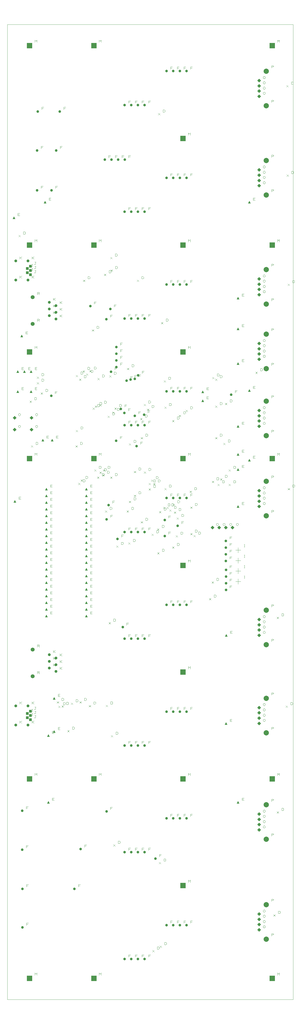
<source format=gbr>
%FSLAX33Y33*%
%MOMM*%
G04 EasyPC Gerber Version 16.0.6 Build 3249 *
%AMT74*0 Triangle Pad at angle 0*4,1,3,-0.50000,-0.50000,0.50000,-0.50000,0.00000,0.50000,-0.50000,-0.50000,0*%
%ADD74T74*%
%AMT80*0 Octagon Pad at angle 0*4,1,8,-0.20710,-0.50000,0.20710,-0.50000,0.50000,-0.20710,0.50000,0.20710,0.20710,0.50000,-0.20710,0.50000,-0.50000,0.20710,-0.50000,-0.20710,-0.20710,-0.50000,0*%
%ADD80T80*%
%ADD79R,1.00000X1.00000*%
%ADD82R,2.00000X2.00000*%
%ADD83C,0.02540*%
%ADD75C,0.07000*%
%ADD73C,0.12000*%
%ADD76C,1.00000*%
%ADD81C,1.50000*%
%ADD78C,2.00000*%
%AMT77*0 Rectangle Pad at angle 45*21,1,1.00000,1.00000,0,0,45*%
%ADD77T77*%
X0Y0D02*
D02*
D73*
X25000Y20008D02*
X134000D01*
Y390808*
X25000*
Y20008*
D02*
D74*
X27500Y317375D03*
X27875Y209500D03*
X28960Y251190D03*
Y258810D03*
X30500Y272375D03*
X31500Y258810D03*
X34040Y251190D03*
Y258810D03*
X38500Y232750D03*
X39375Y323250D03*
X39880Y165870D03*
Y168410D03*
Y170950D03*
Y173490D03*
Y176030D03*
Y178570D03*
Y181110D03*
Y183650D03*
Y186190D03*
Y188730D03*
Y191270D03*
Y193810D03*
Y196350D03*
Y198890D03*
Y201430D03*
Y203970D03*
Y206510D03*
Y209050D03*
Y211590D03*
Y214130D03*
X40625Y95000D03*
Y120400D03*
X42125Y232750D03*
X42850Y121900D03*
Y134500D03*
X55120Y165870D03*
Y168410D03*
Y170950D03*
Y173490D03*
Y176030D03*
Y178570D03*
Y181110D03*
Y183650D03*
Y186190D03*
Y188730D03*
Y191270D03*
Y193810D03*
Y196350D03*
Y198890D03*
Y201430D03*
Y203970D03*
Y206510D03*
Y209050D03*
Y211590D03*
Y214130D03*
X99486Y247700D03*
X99500Y251125D03*
X108375Y125000D03*
X108500Y158500D03*
X113000Y95000D03*
Y207500D03*
Y221600D03*
Y227375D03*
Y238000D03*
Y261875D03*
Y275125D03*
Y286750D03*
X117250Y225125D03*
Y251650D03*
Y323250D03*
D02*
D75*
X29000Y318100D02*
Y319000D01*
X29750*
X29600Y318550D02*
X29000D01*
Y318100D02*
X29750D01*
X29250Y237775D02*
Y238075D01*
X29325Y238225*
X29400Y238300*
X29550Y238375*
X29700*
X29850Y238300*
X29925Y238225*
X30000Y238075*
Y237775*
X29925Y237625*
X29850Y237550*
X29700Y237475*
X29550*
X29400Y237550*
X29325Y237625*
X29250Y237775*
Y242275D02*
Y242575D01*
X29325Y242725*
X29400Y242800*
X29550Y242875*
X29700*
X29850Y242800*
X29925Y242725*
X30000Y242575*
Y242275*
X29925Y242125*
X29850Y242050*
X29700Y241975*
X29550*
X29400Y242050*
X29325Y242125*
X29250Y242275*
X29375Y210225D02*
Y211125D01*
X30125*
X29975Y210675D02*
X29375D01*
Y210225D02*
X30125D01*
X29725Y125075D02*
Y125975D01*
Y125525D02*
X29950D01*
X30475Y125975*
X29950Y125525D02*
X30475Y125075D01*
X29725Y132375D02*
Y133275D01*
Y132825D02*
X29950D01*
X30475Y133275*
X29950Y132825D02*
X30475Y132375D01*
X29725Y294325D02*
Y295225D01*
Y294775D02*
X29950D01*
X30475Y295225*
X29950Y294775D02*
X30475Y294325D01*
X29725Y301625D02*
Y302525D01*
Y302075D02*
X29950D01*
X30475Y302525*
X29950Y302075D02*
X30475Y301625D01*
X30460Y251915D02*
Y252815D01*
X31210*
X31060Y252365D02*
X30460D01*
Y251915D02*
X31210D01*
X30460Y259535D02*
Y260435D01*
X31210*
X31060Y259985D02*
X30460D01*
Y259535D02*
X31210D01*
X31125Y311100D02*
Y312000D01*
X31575*
X31725Y311925*
X31800Y311850*
X31875Y311700*
Y311400*
X31800Y311250*
X31725Y311175*
X31575Y311100*
X31125*
X32000Y273100D02*
Y274000D01*
X32750*
X32600Y273550D02*
X32000D01*
Y273100D02*
X32750D01*
X32200Y77675D02*
Y78575D01*
X32950*
X32800Y78125D02*
X32200D01*
Y92475D02*
Y93375D01*
X32950*
X32800Y92925D02*
X32200D01*
X32250Y48175D02*
Y49075D01*
X33000*
X32850Y48625D02*
X32250D01*
Y62825D02*
Y63725D01*
X33000*
X32850Y63275D02*
X32250D01*
X33000Y259535D02*
Y260435D01*
X33750*
X33600Y259985D02*
X33000D01*
Y259535D02*
X33750D01*
X34075Y128075D02*
X34150Y128000D01*
X34300Y127925*
X34450Y128000*
X34525Y128075*
Y128825*
X34675*
X34525D02*
X34225D01*
X34075Y129675D02*
X34150Y129600D01*
X34300Y129525*
X34450Y129600*
X34525Y129675*
Y130425*
X34675*
X34525D02*
X34225D01*
X34075Y297325D02*
X34150Y297250D01*
X34300Y297175*
X34450Y297250*
X34525Y297325*
Y298075*
X34675*
X34525D02*
X34225D01*
X34075Y298925D02*
X34150Y298850D01*
X34300Y298775*
X34450Y298850*
X34525Y298925*
Y299675*
X34675*
X34525D02*
X34225D01*
X34375Y125075D02*
Y125975D01*
Y125525D02*
X34600D01*
X35125Y125975*
X34600Y125525D02*
X35125Y125075D01*
X34375Y132375D02*
Y133275D01*
Y132825D02*
X34600D01*
X35125Y133275*
X34600Y132825D02*
X35125Y132375D01*
X34375Y294325D02*
Y295225D01*
Y294775D02*
X34600D01*
X35125Y295225*
X34600Y294775D02*
X35125Y294325D01*
X34375Y301625D02*
Y302525D01*
Y302075D02*
X34600D01*
X35125Y302525*
X34600Y302075D02*
X35125Y301625D01*
X35275Y127275D02*
X35350Y127200D01*
X35500Y127125*
X35650Y127200*
X35725Y127275*
Y128025*
X35875*
X35725D02*
X35425D01*
X35275Y128875D02*
X35350Y128800D01*
X35500Y128725*
X35650Y128800*
X35725Y128875*
Y129625*
X35875*
X35725D02*
X35425D01*
X35275Y130475D02*
X35350Y130400D01*
X35500Y130325*
X35650Y130400*
X35725Y130475*
Y131225*
X35875*
X35725D02*
X35425D01*
X35275Y296525D02*
X35350Y296450D01*
X35500Y296375*
X35650Y296450*
X35725Y296525*
Y297275*
X35875*
X35725D02*
X35425D01*
X35275Y298125D02*
X35350Y298050D01*
X35500Y297975*
X35650Y298050*
X35725Y298125*
Y298875*
X35875*
X35725D02*
X35425D01*
X35275Y299725D02*
X35350Y299650D01*
X35500Y299575*
X35650Y299650*
X35725Y299725*
Y300475*
X35875*
X35725D02*
X35425D01*
X35375Y248100D02*
Y249000D01*
X35825*
X35975Y248925*
X36050Y248850*
X36125Y248700*
Y248400*
X36050Y248250*
X35975Y248175*
X35825Y248100*
X35375*
X35500Y29225D02*
Y30125D01*
X35875Y29675*
X36250Y30125*
Y29225*
X35500Y105125D02*
Y106025D01*
X35875Y105575*
X36250Y106025*
Y105125*
X35500Y226925D02*
Y227825D01*
X35875Y227375*
X36250Y227825*
Y226925*
X35500Y267525D02*
Y268425D01*
X35875Y267975*
X36250Y268425*
Y267525*
X35500Y308125D02*
Y309025D01*
X35875Y308575*
X36250Y309025*
Y308125*
X35500Y384025D02*
Y384925D01*
X35875Y384475*
X36250Y384925*
Y384025*
X35540Y251915D02*
Y252815D01*
X36290*
X36140Y252365D02*
X35540D01*
Y251915D02*
X36290D01*
X35540Y259535D02*
Y260435D01*
X36290*
X36140Y259985D02*
X35540D01*
Y259535D02*
X36290D01*
X35750Y237775D02*
Y238075D01*
X35825Y238225*
X35900Y238300*
X36050Y238375*
X36200*
X36350Y238300*
X36425Y238225*
X36500Y238075*
Y237775*
X36425Y237625*
X36350Y237550*
X36200Y237475*
X36050*
X35900Y237550*
X35825Y237625*
X35750Y237775*
Y242275D02*
Y242575D01*
X35825Y242725*
X35900Y242800*
X36050Y242875*
X36200*
X36350Y242800*
X36425Y242725*
X36500Y242575*
Y242275*
X36425Y242125*
X36350Y242050*
X36200Y241975*
X36050*
X35900Y242050*
X35825Y242125*
X35750Y242275*
X35875Y231100D02*
Y232000D01*
X36325*
X36475Y231925*
X36550Y231850*
X36625Y231700*
Y231400*
X36550Y231250*
X36475Y231175*
X36325Y231100*
X35875*
X36400Y143895D02*
Y144795D01*
X36925*
X37075Y144720*
X37150Y144570*
X37075Y144420*
X36925Y144345*
X36400*
X36925D02*
X37150Y143895D01*
X36400Y154055D02*
Y154955D01*
X36925*
X37075Y154880*
X37150Y154730*
X37075Y154580*
X36925Y154505*
X36400*
X36925D02*
X37150Y154055D01*
X36400Y277895D02*
Y278795D01*
X36925*
X37075Y278720*
X37150Y278570*
X37075Y278420*
X36925Y278345*
X36400*
X36925D02*
X37150Y277895D01*
X36400Y288055D02*
Y288955D01*
X36925*
X37075Y288880*
X37150Y288730*
X37075Y288580*
X36925Y288505*
X36400*
X36925D02*
X37150Y288055D01*
X37875Y328475D02*
Y329375D01*
X38625*
X38475Y328925D02*
X37875D01*
Y343600D02*
Y344500D01*
X38625*
X38475Y344050D02*
X37875D01*
X38125Y255100D02*
Y256000D01*
X38575*
X38725Y255925*
X38800Y255850*
X38875Y255700*
Y255400*
X38800Y255250*
X38725Y255175*
X38575Y255100*
X38125*
Y257225D02*
Y258125D01*
X38575*
X38725Y258050*
X38800Y257975*
X38875Y257825*
Y257525*
X38800Y257375*
X38725Y257300*
X38575Y257225*
X38125*
Y358475D02*
Y359375D01*
X38875*
X38725Y358925D02*
X38125D01*
X39625Y251225D02*
Y252125D01*
X40075*
X40225Y252050*
X40300Y251975*
X40375Y251825*
Y251525*
X40300Y251375*
X40225Y251300*
X40075Y251225*
X39625*
X40000Y233475D02*
Y234375D01*
X40750*
X40600Y233925D02*
X40000D01*
Y233475D02*
X40750D01*
X40875Y323975D02*
Y324875D01*
X41625*
X41475Y324425D02*
X40875D01*
Y323975D02*
X41625D01*
X41380Y166595D02*
Y167495D01*
X42130*
X41980Y167045D02*
X41380D01*
Y166595D02*
X42130D01*
X41380Y169135D02*
Y170035D01*
X42130*
X41980Y169585D02*
X41380D01*
Y169135D02*
X42130D01*
X41380Y171675D02*
Y172575D01*
X42130*
X41980Y172125D02*
X41380D01*
Y171675D02*
X42130D01*
X41380Y174215D02*
Y175115D01*
X42130*
X41980Y174665D02*
X41380D01*
Y174215D02*
X42130D01*
X41380Y176755D02*
Y177655D01*
X42130*
X41980Y177205D02*
X41380D01*
Y176755D02*
X42130D01*
X41380Y179295D02*
Y180195D01*
X42130*
X41980Y179745D02*
X41380D01*
Y179295D02*
X42130D01*
X41380Y181835D02*
Y182735D01*
X42130*
X41980Y182285D02*
X41380D01*
Y181835D02*
X42130D01*
X41380Y184375D02*
Y185275D01*
X42130*
X41980Y184825D02*
X41380D01*
Y184375D02*
X42130D01*
X41380Y186915D02*
Y187815D01*
X42130*
X41980Y187365D02*
X41380D01*
Y186915D02*
X42130D01*
X41380Y189455D02*
Y190355D01*
X42130*
X41980Y189905D02*
X41380D01*
Y189455D02*
X42130D01*
X41380Y191995D02*
Y192895D01*
X42130*
X41980Y192445D02*
X41380D01*
Y191995D02*
X42130D01*
X41380Y194535D02*
Y195435D01*
X42130*
X41980Y194985D02*
X41380D01*
Y194535D02*
X42130D01*
X41380Y197075D02*
Y197975D01*
X42130*
X41980Y197525D02*
X41380D01*
Y197075D02*
X42130D01*
X41380Y199615D02*
Y200515D01*
X42130*
X41980Y200065D02*
X41380D01*
Y199615D02*
X42130D01*
X41380Y202155D02*
Y203055D01*
X42130*
X41980Y202605D02*
X41380D01*
Y202155D02*
X42130D01*
X41380Y204695D02*
Y205595D01*
X42130*
X41980Y205145D02*
X41380D01*
Y204695D02*
X42130D01*
X41380Y207235D02*
Y208135D01*
X42130*
X41980Y207685D02*
X41380D01*
Y207235D02*
X42130D01*
X41380Y209775D02*
Y210675D01*
X42130*
X41980Y210225D02*
X41380D01*
Y209775D02*
X42130D01*
X41380Y212315D02*
Y213215D01*
X42130*
X41980Y212765D02*
X41380D01*
Y212315D02*
X42130D01*
X41380Y214855D02*
Y215755D01*
X42130*
X41980Y215305D02*
X41380D01*
Y214855D02*
X42130D01*
X42125Y95725D02*
Y96625D01*
X42875*
X42725Y96175D02*
X42125D01*
Y95725D02*
X42875D01*
X42125Y121125D02*
Y122025D01*
X42875*
X42725Y121575D02*
X42125D01*
Y121125D02*
X42875D01*
X42500Y146820D02*
Y147720D01*
Y147270D02*
X42725D01*
X43250Y147720*
X42725Y147270D02*
X43250Y146820D01*
X42500Y149360D02*
Y150260D01*
Y149810D02*
X42725D01*
X43250Y150260*
X42725Y149810D02*
X43250Y149360D01*
X42500Y151900D02*
Y152800D01*
Y152350D02*
X42725D01*
X43250Y152800*
X42725Y152350D02*
X43250Y151900D01*
X42500Y280820D02*
Y281720D01*
Y281270D02*
X42725D01*
X43250Y281720*
X42725Y281270D02*
X43250Y280820D01*
X42500Y283360D02*
Y284260D01*
Y283810D02*
X42725D01*
X43250Y284260*
X42725Y283810D02*
X43250Y283360D01*
X42500Y285900D02*
Y286800D01*
Y286350D02*
X42725D01*
X43250Y286800*
X42725Y286350D02*
X43250Y285900D01*
X43225Y250325D02*
Y251225D01*
X43975*
X43825Y250775D02*
X43225D01*
X43375Y328475D02*
Y329375D01*
X44125*
X43975Y328925D02*
X43375D01*
X43625Y233475D02*
Y234375D01*
X44375*
X44225Y233925D02*
X43625D01*
Y233475D02*
X44375D01*
X44350Y122625D02*
Y123525D01*
X45100*
X44950Y123075D02*
X44350D01*
Y122625D02*
X45100D01*
X44350Y135225D02*
Y136125D01*
X45100*
X44950Y135675D02*
X44350D01*
Y135225D02*
X45100D01*
X45040Y145550D02*
Y146450D01*
Y146000D02*
X45265D01*
X45790Y146450*
X45265Y146000D02*
X45790Y145550D01*
X45040Y148090D02*
Y148990D01*
Y148540D02*
X45265D01*
X45790Y148990*
X45265Y148540D02*
X45790Y148090D01*
X45040Y150630D02*
Y151530D01*
Y151080D02*
X45265D01*
X45790Y151530*
X45265Y151080D02*
X45790Y150630D01*
X45040Y279550D02*
Y280450D01*
Y280000D02*
X45265D01*
X45790Y280450*
X45265Y280000D02*
X45790Y279550D01*
X45040Y282090D02*
Y282990D01*
Y282540D02*
X45265D01*
X45790Y282990*
X45265Y282540D02*
X45790Y282090D01*
X45040Y284630D02*
Y285530D01*
Y285080D02*
X45265D01*
X45790Y285530*
X45265Y285080D02*
X45790Y284630D01*
X45125Y343600D02*
Y344500D01*
X45875*
X45725Y344050D02*
X45125D01*
X45750Y133725D02*
Y134625D01*
X46200*
X46350Y134550*
X46425Y134475*
X46500Y134325*
Y134025*
X46425Y133875*
X46350Y133800*
X46200Y133725*
X45750*
X46300Y132075D02*
Y132975D01*
X46750*
X46900Y132900*
X46975Y132825*
X47050Y132675*
Y132375*
X46975Y132225*
X46900Y132150*
X46750Y132075*
X46300*
X46500Y358475D02*
Y359375D01*
X47250*
X47100Y358925D02*
X46500D01*
X47550Y132175D02*
Y133075D01*
X48000*
X48150Y133000*
X48225Y132925*
X48300Y132775*
Y132475*
X48225Y132325*
X48150Y132250*
X48000Y132175*
X47550*
X49800Y122775D02*
Y123675D01*
X50250*
X50400Y123600*
X50475Y123525*
X50550Y123375*
Y123075*
X50475Y122925*
X50400Y122850*
X50250Y122775*
X49800*
X51150Y133225D02*
Y134125D01*
X51600*
X51750Y134050*
X51825Y133975*
X51900Y133825*
Y133525*
X51825Y133375*
X51750Y133300*
X51600Y133225*
X51150*
X52100Y62825D02*
Y63725D01*
X52850*
X52700Y63275D02*
X52100D01*
X52875Y231100D02*
Y232000D01*
X53325*
X53475Y231925*
X53550Y231850*
X53625Y231700*
Y231400*
X53550Y231250*
X53475Y231175*
X53325Y231100*
X52875*
X53000Y236975D02*
Y237875D01*
X53450*
X53600Y237800*
X53675Y237725*
X53750Y237575*
Y237275*
X53675Y237125*
X53600Y237050*
X53450Y236975*
X53000*
Y257850D02*
Y258750D01*
X53450*
X53600Y258675*
X53675Y258600*
X53750Y258450*
Y258150*
X53675Y258000*
X53600Y257925*
X53450Y257850*
X53000*
X53875Y216850D02*
Y217750D01*
X54325*
X54475Y217675*
X54550Y217600*
X54625Y217450*
Y217150*
X54550Y217000*
X54475Y216925*
X54325Y216850*
X53875*
X54250Y256475D02*
Y257375D01*
X54700*
X54850Y257300*
X54925Y257225*
X55000Y257075*
Y256775*
X54925Y256625*
X54850Y256550*
X54700Y256475*
X54250*
X54400Y133725D02*
Y134625D01*
X54850*
X55000Y134550*
X55075Y134475*
X55150Y134325*
Y134025*
X55075Y133875*
X55000Y133800*
X54850Y133725*
X54400*
X54450Y77925D02*
Y78825D01*
X55200*
X55050Y78375D02*
X54450D01*
X54875Y218100D02*
Y219000D01*
X55325*
X55475Y218925*
X55550Y218850*
X55625Y218700*
Y218400*
X55550Y218250*
X55475Y218175*
X55325Y218100*
X54875*
X55625Y259600D02*
Y260500D01*
X56075*
X56225Y260425*
X56300Y260350*
X56375Y260200*
Y259900*
X56300Y259750*
X56225Y259675*
X56075Y259600*
X55625*
X55750Y294100D02*
Y295000D01*
X56200*
X56350Y294925*
X56425Y294850*
X56500Y294700*
Y294400*
X56425Y294250*
X56350Y294175*
X56200Y294100*
X55750*
X56620Y166595D02*
Y167495D01*
X57370*
X57220Y167045D02*
X56620D01*
Y166595D02*
X57370D01*
X56620Y169135D02*
Y170035D01*
X57370*
X57220Y169585D02*
X56620D01*
Y169135D02*
X57370D01*
X56620Y171675D02*
Y172575D01*
X57370*
X57220Y172125D02*
X56620D01*
Y171675D02*
X57370D01*
X56620Y174215D02*
Y175115D01*
X57370*
X57220Y174665D02*
X56620D01*
Y174215D02*
X57370D01*
X56620Y176755D02*
Y177655D01*
X57370*
X57220Y177205D02*
X56620D01*
Y176755D02*
X57370D01*
X56620Y179295D02*
Y180195D01*
X57370*
X57220Y179745D02*
X56620D01*
Y179295D02*
X57370D01*
X56620Y181835D02*
Y182735D01*
X57370*
X57220Y182285D02*
X56620D01*
Y181835D02*
X57370D01*
X56620Y184375D02*
Y185275D01*
X57370*
X57220Y184825D02*
X56620D01*
Y184375D02*
X57370D01*
X56620Y186915D02*
Y187815D01*
X57370*
X57220Y187365D02*
X56620D01*
Y186915D02*
X57370D01*
X56620Y189455D02*
Y190355D01*
X57370*
X57220Y189905D02*
X56620D01*
Y189455D02*
X57370D01*
X56620Y191995D02*
Y192895D01*
X57370*
X57220Y192445D02*
X56620D01*
Y191995D02*
X57370D01*
X56620Y194535D02*
Y195435D01*
X57370*
X57220Y194985D02*
X56620D01*
Y194535D02*
X57370D01*
X56620Y197075D02*
Y197975D01*
X57370*
X57220Y197525D02*
X56620D01*
Y197075D02*
X57370D01*
X56620Y199615D02*
Y200515D01*
X57370*
X57220Y200065D02*
X56620D01*
Y199615D02*
X57370D01*
X56620Y202155D02*
Y203055D01*
X57370*
X57220Y202605D02*
X56620D01*
Y202155D02*
X57370D01*
X56620Y204695D02*
Y205595D01*
X57370*
X57220Y205145D02*
X56620D01*
Y204695D02*
X57370D01*
X56620Y207235D02*
Y208135D01*
X57370*
X57220Y207685D02*
X56620D01*
Y207235D02*
X57370D01*
X56620Y209775D02*
Y210675D01*
X57370*
X57220Y210225D02*
X56620D01*
Y209775D02*
X57370D01*
X56620Y212315D02*
Y213215D01*
X57370*
X57220Y212765D02*
X56620D01*
Y212315D02*
X57370D01*
X56620Y214855D02*
Y215755D01*
X57370*
X57220Y215305D02*
X56620D01*
Y214855D02*
X57370D01*
X56875Y258475D02*
Y259375D01*
X57325*
X57475Y259300*
X57550Y259225*
X57625Y259075*
Y258775*
X57550Y258625*
X57475Y258550*
X57325Y258475*
X56875*
X57950Y132325D02*
Y133225D01*
X58400*
X58550Y133150*
X58625Y133075*
X58700Y132925*
Y132625*
X58625Y132475*
X58550Y132400*
X58400Y132325*
X57950*
X58125Y259725D02*
Y260625D01*
X58575*
X58725Y260550*
X58800Y260475*
X58875Y260325*
Y260025*
X58800Y259875*
X58725Y259800*
X58575Y259725*
X58125*
Y284475D02*
Y285375D01*
X58875*
X58725Y284925D02*
X58125D01*
X59125Y275225D02*
Y276125D01*
X59575*
X59725Y276050*
X59800Y275975*
X59875Y275825*
Y275525*
X59800Y275375*
X59725Y275300*
X59575Y275225*
X59125*
X59375Y245475D02*
Y246375D01*
X59825*
X59975Y246300*
X60050Y246225*
X60125Y246075*
Y245775*
X60050Y245625*
X59975Y245550*
X59825Y245475*
X59375*
X60000Y29225D02*
Y30125D01*
X60375Y29675*
X60750Y30125*
Y29225*
X60000Y105125D02*
Y106025D01*
X60375Y105575*
X60750Y106025*
Y105125*
X60000Y221975D02*
Y222875D01*
X60450*
X60600Y222800*
X60675Y222725*
X60750Y222575*
Y222275*
X60675Y222125*
X60600Y222050*
X60450Y221975*
X60000*
Y226925D02*
Y227825D01*
X60375Y227375*
X60750Y227825*
Y226925*
X60000Y308125D02*
Y309025D01*
X60375Y308575*
X60750Y309025*
Y308125*
X60000Y384025D02*
Y384925D01*
X60375Y384475*
X60750Y384925*
Y384025*
X60250Y246225D02*
Y247125D01*
X60700*
X60850Y247050*
X60925Y246975*
X61000Y246825*
Y246525*
X60925Y246375*
X60850Y246300*
X60700Y246225*
X60250*
X61125Y219225D02*
Y220125D01*
X61575*
X61725Y220050*
X61800Y219975*
X61875Y219825*
Y219525*
X61800Y219375*
X61725Y219300*
X61575Y219225*
X61125*
X61250Y256725D02*
Y257625D01*
X61700*
X61850Y257550*
X61925Y257475*
X62000Y257325*
Y257025*
X61925Y256875*
X61850Y256800*
X61700Y256725*
X61250*
X62000Y221100D02*
Y222000D01*
X62450*
X62600Y221925*
X62675Y221850*
X62750Y221700*
Y221400*
X62675Y221250*
X62600Y221175*
X62450Y221100*
X62000*
Y246725D02*
Y247625D01*
X62450*
X62600Y247550*
X62675Y247475*
X62750Y247325*
Y247025*
X62675Y246875*
X62600Y246800*
X62450Y246725*
X62000*
X63125Y220100D02*
Y221000D01*
X63575*
X63725Y220925*
X63800Y220850*
X63875Y220700*
Y220400*
X63800Y220250*
X63725Y220175*
X63575Y220100*
X63125*
X63375Y221975D02*
Y222875D01*
X63825*
X63975Y222800*
X64050Y222725*
X64125Y222575*
Y222275*
X64050Y222125*
X63975Y222050*
X63825Y221975*
X63375*
X63640Y340125D02*
Y341025D01*
X64390*
X64240Y340575D02*
X63640D01*
X63750Y296350D02*
Y297250D01*
X64200*
X64350Y297175*
X64425Y297100*
X64500Y296950*
Y296650*
X64425Y296500*
X64350Y296425*
X64200Y296350*
X63750*
X64125Y206350D02*
Y207250D01*
X64575*
X64725Y207175*
X64800Y207100*
X64875Y206950*
Y206650*
X64800Y206500*
X64725Y206425*
X64575Y206350*
X64125*
X64250Y279475D02*
Y280375D01*
X65000*
X64850Y279925D02*
X64250D01*
X64300Y92225D02*
Y93125D01*
X65050*
X64900Y92675D02*
X64300D01*
X64375Y203350D02*
Y204250D01*
X65125*
X64975Y203800D02*
X64375D01*
X64400Y132375D02*
Y133275D01*
X64850*
X65000Y133200*
X65075Y133125*
X65150Y132975*
Y132675*
X65075Y132525*
X65000Y132450*
X64850Y132375*
X64400*
X65125Y208725D02*
Y209625D01*
X65875*
X65725Y209175D02*
X65125D01*
Y242350D02*
Y243250D01*
X65575*
X65725Y243175*
X65800Y243100*
X65875Y242950*
Y242650*
X65800Y242500*
X65725Y242425*
X65575Y242350*
X65125*
X65500Y163850D02*
Y164750D01*
X65950*
X66100Y164675*
X66175Y164600*
X66250Y164450*
Y164150*
X66175Y164000*
X66100Y163925*
X65950Y163850*
X65500*
X65750Y257725D02*
Y258625D01*
X66200*
X66350Y258550*
X66425Y258475*
X66500Y258325*
Y258025*
X66425Y257875*
X66350Y257800*
X66200Y257725*
X65750*
Y283350D02*
Y284250D01*
X66500*
X66350Y283800D02*
X65750D01*
X66000Y259475D02*
Y260375D01*
X66750*
X66600Y259925D02*
X66000D01*
X66125Y219225D02*
Y220125D01*
X66575*
X66725Y220050*
X66800Y219975*
X66875Y219825*
Y219525*
X66800Y219375*
X66725Y219300*
X66575Y219225*
X66125*
Y302725D02*
Y303625D01*
X66575*
X66725Y303550*
X66800Y303475*
X66875Y303325*
Y303025*
X66800Y302875*
X66725Y302800*
X66575Y302725*
X66125*
X66180Y340125D02*
Y341025D01*
X66930*
X66780Y340575D02*
X66180D01*
X66250Y297975D02*
Y298875D01*
X66700*
X66850Y298800*
X66925Y298725*
X67000Y298575*
Y298275*
X66925Y298125*
X66850Y298050*
X66700Y297975*
X66250*
X66375Y120850D02*
Y121750D01*
X66825*
X66975Y121675*
X67050Y121600*
X67125Y121450*
Y121150*
X67050Y121000*
X66975Y120925*
X66825Y120850*
X66375*
X66875Y243975D02*
Y244875D01*
X67325*
X67475Y244800*
X67550Y244725*
X67625Y244575*
Y244275*
X67550Y244125*
X67475Y244050*
X67325Y243975*
X66875*
X67250Y79350D02*
Y80250D01*
X67700*
X67850Y80175*
X67925Y80100*
X68000Y79950*
Y79650*
X67925Y79500*
X67850Y79425*
X67700Y79350*
X67250*
X67750Y245475D02*
Y246375D01*
X68200*
X68350Y246300*
X68425Y246225*
X68500Y246075*
Y245775*
X68425Y245625*
X68350Y245550*
X68200Y245475*
X67750*
X68000Y233225D02*
Y234125D01*
X68750*
X68600Y233675D02*
X68000D01*
X68100Y261215D02*
Y262115D01*
X68850*
X68700Y261665D02*
X68100D01*
Y263755D02*
Y264655D01*
X68850*
X68700Y264205D02*
X68100D01*
Y266295D02*
Y267195D01*
X68850*
X68700Y266745D02*
X68100D01*
Y268835D02*
Y269735D01*
X68850*
X68700Y269285D02*
X68100D01*
X68400Y193025D02*
Y193925D01*
X68850*
X69000Y193850*
X69075Y193775*
X69150Y193625*
Y193325*
X69075Y193175*
X69000Y193100*
X68850Y193025*
X68400*
X68500Y195850D02*
Y196750D01*
X69250*
X69100Y196300D02*
X68500D01*
X68720Y340125D02*
Y341025D01*
X69470*
X69320Y340575D02*
X68720D01*
X69750Y245350D02*
Y246250D01*
X70500*
X70350Y245800D02*
X69750D01*
X70500Y162350D02*
Y163250D01*
X71250*
X71100Y162800D02*
X70500D01*
X71125Y243850D02*
Y244750D01*
X71875*
X71725Y244300D02*
X71125D01*
X71190Y36125D02*
Y37025D01*
X71940*
X71790Y36575D02*
X71190D01*
Y76725D02*
Y77625D01*
X71940*
X71790Y77175D02*
X71190D01*
Y117325D02*
Y118225D01*
X71940*
X71790Y117775D02*
X71190D01*
Y157925D02*
Y158825D01*
X71940*
X71790Y158375D02*
X71190D01*
Y198525D02*
Y199425D01*
X71940*
X71790Y198975D02*
X71190D01*
Y239125D02*
Y240025D01*
X71940*
X71790Y239575D02*
X71190D01*
Y279725D02*
Y280625D01*
X71940*
X71790Y280175D02*
X71190D01*
Y320325D02*
Y321225D01*
X71940*
X71790Y320775D02*
X71190D01*
Y360925D02*
Y361825D01*
X71940*
X71790Y361375D02*
X71190D01*
X71260Y340125D02*
Y341025D01*
X72010*
X71860Y340575D02*
X71260D01*
X72000Y256100D02*
Y257000D01*
X72750*
X72600Y256550D02*
X72000D01*
X72375Y206350D02*
Y207250D01*
X72825*
X72975Y207175*
X73050Y207100*
X73125Y206950*
Y206650*
X73050Y206500*
X72975Y206425*
X72825Y206350*
X72375*
X72500Y260600D02*
Y261500D01*
X72950*
X73100Y261425*
X73175Y261350*
X73250Y261200*
Y260900*
X73175Y260750*
X73100Y260675*
X72950Y260600*
X72500*
X73000Y194175D02*
Y195075D01*
X73450*
X73600Y195000*
X73675Y194925*
X73750Y194775*
Y194475*
X73675Y194325*
X73600Y194250*
X73450Y194175*
X73000*
X73250Y209975D02*
Y210875D01*
X73700*
X73850Y210800*
X73925Y210725*
X74000Y210575*
Y210275*
X73925Y210125*
X73850Y210050*
X73700Y209975*
X73250*
Y231850D02*
Y232750D01*
X73700*
X73850Y232675*
X73925Y232600*
X74000Y232450*
Y232150*
X73925Y232000*
X73850Y231925*
X73700Y231850*
X73250*
X73500Y256475D02*
Y257375D01*
X74250*
X74100Y256925D02*
X73500D01*
X73730Y36125D02*
Y37025D01*
X74480*
X74330Y36575D02*
X73730D01*
Y76725D02*
Y77625D01*
X74480*
X74330Y77175D02*
X73730D01*
Y117325D02*
Y118225D01*
X74480*
X74330Y117775D02*
X73730D01*
Y157925D02*
Y158825D01*
X74480*
X74330Y158375D02*
X73730D01*
Y198525D02*
Y199425D01*
X74480*
X74330Y198975D02*
X73730D01*
Y239125D02*
Y240025D01*
X74480*
X74330Y239575D02*
X73730D01*
Y279725D02*
Y280625D01*
X74480*
X74330Y280175D02*
X73730D01*
Y320325D02*
Y321225D01*
X74480*
X74330Y320775D02*
X73730D01*
Y360925D02*
Y361825D01*
X74480*
X74330Y361375D02*
X73730D01*
X75050Y242725D02*
Y243625D01*
X75800*
X75650Y243175D02*
X75050D01*
X75125Y212315D02*
Y213215D01*
X75575*
X75725Y213140*
X75800Y213065*
X75875Y212915*
Y212615*
X75800Y212465*
X75725Y212390*
X75575Y212315*
X75125*
Y221350D02*
Y222250D01*
X75575*
X75725Y222175*
X75800Y222100*
X75875Y221950*
Y221650*
X75800Y221500*
X75725Y221425*
X75575Y221350*
X75125*
Y256725D02*
Y257625D01*
X75875*
X75725Y257175D02*
X75125D01*
X75800Y231175D02*
Y232075D01*
X76550*
X76400Y231625D02*
X75800D01*
X76250Y294100D02*
Y295000D01*
X76700*
X76850Y294925*
X76925Y294850*
X77000Y294700*
Y294400*
X76925Y294250*
X76850Y294175*
X76700Y294100*
X76250*
X76270Y36125D02*
Y37025D01*
X77020*
X76870Y36575D02*
X76270D01*
Y76725D02*
Y77625D01*
X77020*
X76870Y77175D02*
X76270D01*
Y117325D02*
Y118225D01*
X77020*
X76870Y117775D02*
X76270D01*
Y157925D02*
Y158825D01*
X77020*
X76870Y158375D02*
X76270D01*
Y198525D02*
Y199425D01*
X77020*
X76870Y198975D02*
X76270D01*
Y239125D02*
Y240025D01*
X77020*
X76870Y239575D02*
X76270D01*
Y279725D02*
Y280625D01*
X77020*
X76870Y280175D02*
X76270D01*
Y320325D02*
Y321225D01*
X77020*
X76870Y320775D02*
X76270D01*
Y360925D02*
Y361825D01*
X77020*
X76870Y361375D02*
X76270D01*
X76375Y258100D02*
Y259000D01*
X77125*
X76975Y258550D02*
X76375D01*
X77550Y241475D02*
Y242375D01*
X78000*
X78150Y242300*
X78225Y242225*
X78300Y242075*
Y241775*
X78225Y241625*
X78150Y241550*
X78000Y241475*
X77550*
X77750Y202225D02*
Y203125D01*
X78200*
X78350Y203050*
X78425Y202975*
X78500Y202825*
Y202525*
X78425Y202375*
X78350Y202300*
X78200Y202225*
X77750*
Y234225D02*
Y235125D01*
X78200*
X78350Y235050*
X78425Y234975*
X78500Y234825*
Y234525*
X78425Y234375*
X78350Y234300*
X78200Y234225*
X77750*
X78625Y243100D02*
Y244000D01*
X79375*
X79225Y243550D02*
X78625D01*
X78810Y36125D02*
Y37025D01*
X79560*
X79410Y36575D02*
X78810D01*
Y76725D02*
Y77625D01*
X79560*
X79410Y77175D02*
X78810D01*
Y117325D02*
Y118225D01*
X79560*
X79410Y117775D02*
X78810D01*
Y157925D02*
Y158825D01*
X79560*
X79410Y158375D02*
X78810D01*
Y198525D02*
Y199425D01*
X79560*
X79410Y198975D02*
X78810D01*
Y239125D02*
Y240025D01*
X79560*
X79410Y239575D02*
X78810D01*
Y279725D02*
Y280625D01*
X79560*
X79410Y280175D02*
X78810D01*
Y320325D02*
Y321225D01*
X79560*
X79410Y320775D02*
X78810D01*
Y360925D02*
Y361825D01*
X79560*
X79410Y361375D02*
X78810D01*
X78875Y246850D02*
Y247750D01*
X79325*
X79475Y247675*
X79550Y247600*
X79625Y247450*
Y247150*
X79550Y247000*
X79475Y246925*
X79325Y246850*
X78875*
X78950Y221175D02*
Y222075D01*
X79400*
X79550Y222000*
X79625Y221925*
X79700Y221775*
Y221475*
X79625Y221325*
X79550Y221250*
X79400Y221175*
X78950*
X80125Y245100D02*
Y246000D01*
X80575*
X80725Y245925*
X80800Y245850*
X80875Y245700*
Y245400*
X80800Y245250*
X80725Y245175*
X80575Y245100*
X80125*
X80750Y214725D02*
Y215625D01*
X81200*
X81350Y215550*
X81425Y215475*
X81500Y215325*
Y215025*
X81425Y214875*
X81350Y214800*
X81200Y214725*
X80750*
Y216825D02*
Y217725D01*
X81200*
X81350Y217650*
X81425Y217575*
X81500Y217425*
Y217125*
X81425Y216975*
X81350Y216900*
X81200Y216825*
X80750*
X81700Y218075D02*
Y218975D01*
X82150*
X82300Y218900*
X82375Y218825*
X82450Y218675*
Y218375*
X82375Y218225*
X82300Y218150*
X82150Y218075*
X81700*
X81875Y197475D02*
Y198375D01*
X82325*
X82475Y198300*
X82550Y198225*
X82625Y198075*
Y197775*
X82550Y197625*
X82475Y197550*
X82325Y197475*
X81875*
X82150Y39125D02*
Y40025D01*
X82600*
X82750Y39950*
X82825Y39875*
X82900Y39725*
Y39425*
X82825Y39275*
X82750Y39200*
X82600Y39125*
X82150*
X82500Y216825D02*
Y217725D01*
X82950*
X83100Y217650*
X83175Y217575*
X83250Y217425*
Y217125*
X83175Y216975*
X83100Y216900*
X82950Y216825*
X82500*
X82950Y74275D02*
Y75175D01*
X83700*
X83550Y74725D02*
X82950D01*
X84000Y199475D02*
Y200375D01*
X84450*
X84600Y200300*
X84675Y200225*
X84750Y200075*
Y199775*
X84675Y199625*
X84600Y199550*
X84450Y199475*
X84000*
X84050Y190425D02*
Y191325D01*
X84500*
X84650Y191250*
X84725Y191175*
X84800Y191025*
Y190725*
X84725Y190575*
X84650Y190500*
X84500Y190425*
X84050*
X84375Y357475D02*
Y358375D01*
X84825*
X84975Y358300*
X85050Y358225*
X85125Y358075*
Y357775*
X85050Y357625*
X84975Y357550*
X84825Y357475*
X84375*
X84650Y72625D02*
Y73525D01*
X85100*
X85250Y73450*
X85325Y73375*
X85400Y73225*
Y72925*
X85325Y72775*
X85250Y72700*
X85100Y72625*
X84650*
X84750Y206100D02*
Y207000D01*
X85200*
X85350Y206925*
X85425Y206850*
X85500Y206700*
Y206400*
X85425Y206250*
X85350Y206175*
X85200Y206100*
X84750*
X84950Y40825D02*
Y41725D01*
X85400*
X85550Y41650*
X85625Y41575*
X85700Y41425*
Y41125*
X85625Y40975*
X85550Y40900*
X85400Y40825*
X84950*
X85500Y277975D02*
Y278875D01*
X85950*
X86100Y278800*
X86175Y278725*
X86250Y278575*
Y278275*
X86175Y278125*
X86100Y278050*
X85950Y277975*
X85500*
X86250Y207725D02*
Y208625D01*
X86700*
X86850Y208550*
X86925Y208475*
X87000Y208325*
Y208025*
X86925Y207875*
X86850Y207800*
X86700Y207725*
X86250*
X86500Y196975D02*
Y197875D01*
X87250*
X87100Y197425D02*
X86500D01*
Y203100D02*
Y204000D01*
X87250*
X87100Y203550D02*
X86500D01*
Y255850D02*
Y256750D01*
X86950*
X87100Y256675*
X87175Y256600*
X87250Y256450*
Y256150*
X87175Y256000*
X87100Y255925*
X86950Y255850*
X86500*
X86750Y214850D02*
Y215750D01*
X87200*
X87350Y215675*
X87425Y215600*
X87500Y215450*
Y215150*
X87425Y215000*
X87350Y214925*
X87200Y214850*
X86750*
Y245850D02*
Y246750D01*
X87200*
X87350Y246675*
X87425Y246600*
X87500Y246450*
Y246150*
X87425Y246000*
X87350Y245925*
X87200Y245850*
X86750*
X87190Y49025D02*
Y49925D01*
X87940*
X87790Y49475D02*
X87190D01*
Y89625D02*
Y90525D01*
X87940*
X87790Y90075D02*
X87190D01*
Y130225D02*
Y131125D01*
X87940*
X87790Y130675D02*
X87190D01*
Y170825D02*
Y171725D01*
X87940*
X87790Y171275D02*
X87190D01*
Y211425D02*
Y212325D01*
X87940*
X87790Y211875D02*
X87190D01*
Y252025D02*
Y252925D01*
X87940*
X87790Y252475D02*
X87190D01*
Y292625D02*
Y293525D01*
X87940*
X87790Y293075D02*
X87190D01*
Y333225D02*
Y334125D01*
X87940*
X87790Y333675D02*
X87190D01*
Y373825D02*
Y374725D01*
X87940*
X87790Y374275D02*
X87190D01*
X87625Y207725D02*
Y208625D01*
X88075*
X88225Y208550*
X88300Y208475*
X88375Y208325*
Y208025*
X88300Y207875*
X88225Y207800*
X88075Y207725*
X87625*
X88625Y206725D02*
Y207625D01*
X89075*
X89225Y207550*
X89300Y207475*
X89375Y207325*
Y207025*
X89300Y206875*
X89225Y206800*
X89075Y206725*
X88625*
X89730Y49025D02*
Y49925D01*
X90480*
X90330Y49475D02*
X89730D01*
Y89625D02*
Y90525D01*
X90480*
X90330Y90075D02*
X89730D01*
Y130225D02*
Y131125D01*
X90480*
X90330Y130675D02*
X89730D01*
Y170825D02*
Y171725D01*
X90480*
X90330Y171275D02*
X89730D01*
Y211425D02*
Y212325D01*
X90480*
X90330Y211875D02*
X89730D01*
Y252025D02*
Y252925D01*
X90480*
X90330Y252475D02*
X89730D01*
Y292625D02*
Y293525D01*
X90480*
X90330Y293075D02*
X89730D01*
Y333225D02*
Y334125D01*
X90480*
X90330Y333675D02*
X89730D01*
Y373825D02*
Y374725D01*
X90480*
X90330Y374275D02*
X89730D01*
X89750Y192625D02*
Y193525D01*
X90200*
X90350Y193450*
X90425Y193375*
X90500Y193225*
Y192925*
X90425Y192775*
X90350Y192700*
X90200Y192625*
X89750*
Y240725D02*
Y241625D01*
X90200*
X90350Y241550*
X90425Y241475*
X90500Y241325*
Y241025*
X90425Y240875*
X90350Y240800*
X90200Y240725*
X89750*
X89950Y208875D02*
Y209775D01*
X90400*
X90550Y209700*
X90625Y209625*
X90700Y209475*
Y209175*
X90625Y209025*
X90550Y208950*
X90400Y208875*
X89950*
X90400Y205925D02*
Y206825D01*
X90850*
X91000Y206750*
X91075Y206675*
X91150Y206525*
Y206225*
X91075Y206075*
X91000Y206000*
X90850Y205925*
X90400*
X91100Y196925D02*
Y197825D01*
X91550*
X91700Y197750*
X91775Y197675*
X91850Y197525*
Y197225*
X91775Y197075*
X91700Y197000*
X91550Y196925*
X91100*
X91450Y200925D02*
Y201825D01*
X92200*
X92050Y201375D02*
X91450D01*
Y203675D02*
Y204575D01*
X91900*
X92050Y204500*
X92125Y204425*
X92200Y204275*
Y203975*
X92125Y203825*
X92050Y203750*
X91900Y203675*
X91450*
X92250Y242725D02*
Y243625D01*
X92700*
X92850Y243550*
X92925Y243475*
X93000Y243325*
Y243025*
X92925Y242875*
X92850Y242800*
X92700Y242725*
X92250*
X92270Y49025D02*
Y49925D01*
X93020*
X92870Y49475D02*
X92270D01*
Y89625D02*
Y90525D01*
X93020*
X92870Y90075D02*
X92270D01*
Y130225D02*
Y131125D01*
X93020*
X92870Y130675D02*
X92270D01*
Y170825D02*
Y171725D01*
X93020*
X92870Y171275D02*
X92270D01*
Y211425D02*
Y212325D01*
X93020*
X92870Y211875D02*
X92270D01*
Y252025D02*
Y252925D01*
X93020*
X92870Y252475D02*
X92270D01*
Y292625D02*
Y293525D01*
X93020*
X92870Y293075D02*
X92270D01*
Y333225D02*
Y334125D01*
X93020*
X92870Y333675D02*
X92270D01*
Y373825D02*
Y374725D01*
X93020*
X92870Y374275D02*
X92270D01*
X94000Y64525D02*
Y65425D01*
X94375Y64975*
X94750Y65425*
Y64525*
X94000Y105125D02*
Y106025D01*
X94375Y105575*
X94750Y106025*
Y105125*
X94000Y145725D02*
Y146625D01*
X94375Y146175*
X94750Y146625*
Y145725*
X94000Y186325D02*
Y187225D01*
X94375Y186775*
X94750Y187225*
Y186325*
X94000Y226925D02*
Y227825D01*
X94375Y227375*
X94750Y227825*
Y226925*
X94000Y267525D02*
Y268425D01*
X94375Y267975*
X94750Y268425*
Y267525*
X94000Y308125D02*
Y309025D01*
X94375Y308575*
X94750Y309025*
Y308125*
X94000Y348725D02*
Y349625D01*
X94375Y349175*
X94750Y349625*
Y348725*
X94810Y49025D02*
Y49925D01*
X95560*
X95410Y49475D02*
X94810D01*
Y89625D02*
Y90525D01*
X95560*
X95410Y90075D02*
X94810D01*
Y130225D02*
Y131125D01*
X95560*
X95410Y130675D02*
X94810D01*
Y170825D02*
Y171725D01*
X95560*
X95410Y171275D02*
X94810D01*
Y211425D02*
Y212325D01*
X95560*
X95410Y211875D02*
X94810D01*
Y252025D02*
Y252925D01*
X95560*
X95410Y252475D02*
X94810D01*
Y292625D02*
Y293525D01*
X95560*
X95410Y293075D02*
X94810D01*
Y333225D02*
Y334125D01*
X95560*
X95410Y333675D02*
X94810D01*
Y373825D02*
Y374725D01*
X95560*
X95410Y374275D02*
X94810D01*
X94875Y244600D02*
Y245500D01*
X95325*
X95475Y245425*
X95550Y245350*
X95625Y245200*
Y244900*
X95550Y244750*
X95475Y244675*
X95325Y244600*
X94875*
X96375Y213850D02*
Y214750D01*
X96825*
X96975Y214675*
X97050Y214600*
X97125Y214450*
Y214150*
X97050Y214000*
X96975Y213925*
X96825Y213850*
X96375*
X96625Y197725D02*
Y198625D01*
X97075*
X97225Y198550*
X97300Y198475*
X97375Y198325*
Y198025*
X97300Y197875*
X97225Y197800*
X97075Y197725*
X96625*
Y207850D02*
Y208750D01*
X97075*
X97225Y208675*
X97300Y208600*
X97375Y208450*
Y208150*
X97300Y208000*
X97225Y207925*
X97075Y207850*
X96625*
X97875Y196975D02*
Y197875D01*
X98325*
X98475Y197800*
X98550Y197725*
X98625Y197575*
Y197275*
X98550Y197125*
X98475Y197050*
X98325Y196975*
X97875*
X100986Y248425D02*
Y249325D01*
X101736*
X101586Y248875D02*
X100986D01*
Y248425D02*
X101736D01*
X101000Y251850D02*
Y252750D01*
X101750*
X101600Y252300D02*
X101000D01*
Y251850D02*
X101750D01*
X103800Y172975D02*
Y173875D01*
X104250*
X104400Y173800*
X104475Y173725*
X104550Y173575*
Y173275*
X104475Y173125*
X104400Y173050*
X104250Y172975*
X103800*
X104690Y200525D02*
Y200825D01*
X104765Y200975*
X104840Y201050*
X104990Y201125*
X105140*
X105290Y201050*
X105365Y200975*
X105440Y200825*
Y200525*
X105365Y200375*
X105290Y200300*
X105140Y200225*
X104990*
X104840Y200300*
X104765Y200375*
X104690Y200525*
X104800Y179325D02*
Y180225D01*
X105250*
X105400Y180150*
X105475Y180075*
X105550Y179925*
Y179625*
X105475Y179475*
X105400Y179400*
X105250Y179325*
X104800*
X104875Y217600D02*
Y218500D01*
X105325*
X105475Y218425*
X105550Y218350*
X105625Y218200*
Y217900*
X105550Y217750*
X105475Y217675*
X105325Y217600*
X104875*
X105000Y257100D02*
Y258000D01*
X105450*
X105600Y257925*
X105675Y257850*
X105750Y257700*
Y257400*
X105675Y257250*
X105600Y257175*
X105450Y257100*
X105000*
X106125Y234225D02*
Y235125D01*
X106575*
X106725Y235050*
X106800Y234975*
X106875Y234825*
Y234525*
X106800Y234375*
X106725Y234300*
X106575Y234225*
X106125*
Y246225D02*
Y247125D01*
X106575*
X106725Y247050*
X106800Y246975*
X106875Y246825*
Y246525*
X106800Y246375*
X106725Y246300*
X106575Y246225*
X106125*
Y256475D02*
Y257375D01*
X106575*
X106725Y257300*
X106800Y257225*
X106875Y257075*
Y256775*
X106800Y256625*
X106725Y256550*
X106575Y256475*
X106125*
X107000Y216475D02*
Y217375D01*
X107450*
X107600Y217300*
X107675Y217225*
X107750Y217075*
Y216775*
X107675Y216625*
X107600Y216550*
X107450Y216475*
X107000*
X107230Y200525D02*
Y200825D01*
X107305Y200975*
X107380Y201050*
X107530Y201125*
X107680*
X107830Y201050*
X107905Y200975*
X107980Y200825*
Y200525*
X107905Y200375*
X107830Y200300*
X107680Y200225*
X107530*
X107380Y200300*
X107305Y200375*
X107230Y200525*
X108050Y218525D02*
Y219425D01*
X108500*
X108650Y219350*
X108725Y219275*
X108800Y219125*
Y218825*
X108725Y218675*
X108650Y218600*
X108500Y218525*
X108050*
X109200Y232025D02*
Y232925D01*
X109650*
X109800Y232850*
X109875Y232775*
X109950Y232625*
Y232325*
X109875Y232175*
X109800Y232100*
X109650Y232025*
X109200*
X109770Y200525D02*
Y200825D01*
X109845Y200975*
X109920Y201050*
X110070Y201125*
X110220*
X110370Y201050*
X110445Y200975*
X110520Y200825*
Y200525*
X110445Y200375*
X110370Y200300*
X110220Y200225*
X110070*
X109920Y200300*
X109845Y200375*
X109770Y200525*
X109800Y187515D02*
Y188415D01*
X110550*
X110400Y187965D02*
X109800D01*
Y190055D02*
Y190955D01*
X110550*
X110400Y190505D02*
X109800D01*
Y192595D02*
Y193495D01*
X110550*
X110400Y193045D02*
X109800D01*
Y195135D02*
Y196035D01*
X110550*
X110400Y195585D02*
X109800D01*
X109850Y176515D02*
Y177415D01*
X110600*
X110450Y176965D02*
X109850D01*
Y179055D02*
Y179955D01*
X110600*
X110450Y179505D02*
X109850D01*
Y181595D02*
Y182495D01*
X110600*
X110450Y182045D02*
X109850D01*
Y184135D02*
Y185035D01*
X110600*
X110450Y184585D02*
X109850D01*
X109875Y125725D02*
Y126625D01*
X110625*
X110475Y126175D02*
X109875D01*
Y125725D02*
X110625D01*
X109900Y247225D02*
Y248125D01*
X110350*
X110500Y248050*
X110575Y247975*
X110650Y247825*
Y247525*
X110575Y247375*
X110500Y247300*
X110350Y247225*
X109900*
X110000Y159225D02*
Y160125D01*
X110750*
X110600Y159675D02*
X110000D01*
Y159225D02*
X110750D01*
X111250Y216475D02*
Y217375D01*
X111700*
X111850Y217300*
X111925Y217225*
X112000Y217075*
Y216775*
X111925Y216625*
X111850Y216550*
X111700Y216475*
X111250*
Y221975D02*
Y222875D01*
X111700*
X111850Y222800*
X111925Y222725*
X112000Y222575*
Y222275*
X111925Y222125*
X111850Y222050*
X111700Y221975*
X111250*
X111875Y250725D02*
Y251625D01*
X112625*
X112475Y251175D02*
X111875D01*
X112310Y200525D02*
Y200825D01*
X112385Y200975*
X112460Y201050*
X112610Y201125*
X112760*
X112910Y201050*
X112985Y200975*
X113060Y200825*
Y200525*
X112985Y200375*
X112910Y200300*
X112760Y200225*
X112610*
X112460Y200300*
X112385Y200375*
X112310Y200525*
X114500Y95725D02*
Y96625D01*
X115250*
X115100Y96175D02*
X114500D01*
Y95725D02*
X115250D01*
X114500Y208225D02*
Y209125D01*
X115250*
X115100Y208675D02*
X114500D01*
Y208225D02*
X115250D01*
X114500Y222325D02*
Y223225D01*
X115250*
X115100Y222775D02*
X114500D01*
Y222325D02*
X115250D01*
X114500Y228100D02*
Y229000D01*
X115250*
X115100Y228550D02*
X114500D01*
Y228100D02*
X115250D01*
X114500Y238725D02*
Y239625D01*
X115250*
X115100Y239175D02*
X114500D01*
Y238725D02*
X115250D01*
X114500Y262600D02*
Y263500D01*
X115250*
X115100Y263050D02*
X114500D01*
Y262600D02*
X115250D01*
X114500Y275850D02*
Y276750D01*
X115250*
X115100Y276300D02*
X114500D01*
Y275850D02*
X115250D01*
X114500Y287475D02*
Y288375D01*
X115250*
X115100Y287925D02*
X114500D01*
Y287475D02*
X115250D01*
X115225Y180235D02*
X115525D01*
X115375D02*
Y181135D01*
X115225D02*
X115525D01*
X115225Y184195D02*
X115525D01*
X115375D02*
Y185095D01*
X115225D02*
X115525D01*
X115225Y188155D02*
X115525D01*
X115375D02*
Y189055D01*
X115225D02*
X115525D01*
X115225Y192115D02*
X115525D01*
X115375D02*
Y193015D01*
X115225D02*
X115525D01*
X118750Y225850D02*
Y226750D01*
X119500*
X119350Y226300D02*
X118750D01*
Y225850D02*
X119500D01*
X118750Y252375D02*
Y253275D01*
X119500*
X119350Y252825D02*
X118750D01*
Y252375D02*
X119500D01*
X118750Y323975D02*
Y324875D01*
X119500*
X119350Y324425D02*
X118750D01*
Y323975D02*
X119500D01*
X121500Y259100D02*
Y260000D01*
X121950*
X122100Y259925*
X122175Y259850*
X122250Y259700*
Y259400*
X122175Y259250*
X122100Y259175*
X121950Y259100*
X121500*
X122532Y47525D02*
Y47825D01*
X122607Y47975*
X122682Y48050*
X122832Y48125*
X122982*
X123132Y48050*
X123207Y47975*
X123282Y47825*
Y47525*
X123207Y47375*
X123132Y47300*
X122982Y47225*
X122832*
X122682Y47300*
X122607Y47375*
X122532Y47525*
Y49525D02*
Y49825D01*
X122607Y49975*
X122682Y50050*
X122832Y50125*
X122982*
X123132Y50050*
X123207Y49975*
X123282Y49825*
Y49525*
X123207Y49375*
X123132Y49300*
X122982Y49225*
X122832*
X122682Y49300*
X122607Y49375*
X122532Y49525*
Y51525D02*
Y51825D01*
X122607Y51975*
X122682Y52050*
X122832Y52125*
X122982*
X123132Y52050*
X123207Y51975*
X123282Y51825*
Y51525*
X123207Y51375*
X123132Y51300*
X122982Y51225*
X122832*
X122682Y51300*
X122607Y51375*
X122532Y51525*
Y53525D02*
Y53825D01*
X122607Y53975*
X122682Y54050*
X122832Y54125*
X122982*
X123132Y54050*
X123207Y53975*
X123282Y53825*
Y53525*
X123207Y53375*
X123132Y53300*
X122982Y53225*
X122832*
X122682Y53300*
X122607Y53375*
X122532Y53525*
Y85525D02*
Y85825D01*
X122607Y85975*
X122682Y86050*
X122832Y86125*
X122982*
X123132Y86050*
X123207Y85975*
X123282Y85825*
Y85525*
X123207Y85375*
X123132Y85300*
X122982Y85225*
X122832*
X122682Y85300*
X122607Y85375*
X122532Y85525*
Y87525D02*
Y87825D01*
X122607Y87975*
X122682Y88050*
X122832Y88125*
X122982*
X123132Y88050*
X123207Y87975*
X123282Y87825*
Y87525*
X123207Y87375*
X123132Y87300*
X122982Y87225*
X122832*
X122682Y87300*
X122607Y87375*
X122532Y87525*
Y89525D02*
Y89825D01*
X122607Y89975*
X122682Y90050*
X122832Y90125*
X122982*
X123132Y90050*
X123207Y89975*
X123282Y89825*
Y89525*
X123207Y89375*
X123132Y89300*
X122982Y89225*
X122832*
X122682Y89300*
X122607Y89375*
X122532Y89525*
Y91525D02*
Y91825D01*
X122607Y91975*
X122682Y92050*
X122832Y92125*
X122982*
X123132Y92050*
X123207Y91975*
X123282Y91825*
Y91525*
X123207Y91375*
X123132Y91300*
X122982Y91225*
X122832*
X122682Y91300*
X122607Y91375*
X122532Y91525*
Y126025D02*
Y126325D01*
X122607Y126475*
X122682Y126550*
X122832Y126625*
X122982*
X123132Y126550*
X123207Y126475*
X123282Y126325*
Y126025*
X123207Y125875*
X123132Y125800*
X122982Y125725*
X122832*
X122682Y125800*
X122607Y125875*
X122532Y126025*
Y128025D02*
Y128325D01*
X122607Y128475*
X122682Y128550*
X122832Y128625*
X122982*
X123132Y128550*
X123207Y128475*
X123282Y128325*
Y128025*
X123207Y127875*
X123132Y127800*
X122982Y127725*
X122832*
X122682Y127800*
X122607Y127875*
X122532Y128025*
Y130025D02*
Y130325D01*
X122607Y130475*
X122682Y130550*
X122832Y130625*
X122982*
X123132Y130550*
X123207Y130475*
X123282Y130325*
Y130025*
X123207Y129875*
X123132Y129800*
X122982Y129725*
X122832*
X122682Y129800*
X122607Y129875*
X122532Y130025*
Y132025D02*
Y132325D01*
X122607Y132475*
X122682Y132550*
X122832Y132625*
X122982*
X123132Y132550*
X123207Y132475*
X123282Y132325*
Y132025*
X123207Y131875*
X123132Y131800*
X122982Y131725*
X122832*
X122682Y131800*
X122607Y131875*
X122532Y132025*
Y159525D02*
Y159825D01*
X122607Y159975*
X122682Y160050*
X122832Y160125*
X122982*
X123132Y160050*
X123207Y159975*
X123282Y159825*
Y159525*
X123207Y159375*
X123132Y159300*
X122982Y159225*
X122832*
X122682Y159300*
X122607Y159375*
X122532Y159525*
Y161525D02*
Y161825D01*
X122607Y161975*
X122682Y162050*
X122832Y162125*
X122982*
X123132Y162050*
X123207Y161975*
X123282Y161825*
Y161525*
X123207Y161375*
X123132Y161300*
X122982Y161225*
X122832*
X122682Y161300*
X122607Y161375*
X122532Y161525*
Y163525D02*
Y163825D01*
X122607Y163975*
X122682Y164050*
X122832Y164125*
X122982*
X123132Y164050*
X123207Y163975*
X123282Y163825*
Y163525*
X123207Y163375*
X123132Y163300*
X122982Y163225*
X122832*
X122682Y163300*
X122607Y163375*
X122532Y163525*
Y165525D02*
Y165825D01*
X122607Y165975*
X122682Y166050*
X122832Y166125*
X122982*
X123132Y166050*
X123207Y165975*
X123282Y165825*
Y165525*
X123207Y165375*
X123132Y165300*
X122982Y165225*
X122832*
X122682Y165300*
X122607Y165375*
X122532Y165525*
Y208525D02*
Y208825D01*
X122607Y208975*
X122682Y209050*
X122832Y209125*
X122982*
X123132Y209050*
X123207Y208975*
X123282Y208825*
Y208525*
X123207Y208375*
X123132Y208300*
X122982Y208225*
X122832*
X122682Y208300*
X122607Y208375*
X122532Y208525*
Y210525D02*
Y210825D01*
X122607Y210975*
X122682Y211050*
X122832Y211125*
X122982*
X123132Y211050*
X123207Y210975*
X123282Y210825*
Y210525*
X123207Y210375*
X123132Y210300*
X122982Y210225*
X122832*
X122682Y210300*
X122607Y210375*
X122532Y210525*
Y212525D02*
Y212825D01*
X122607Y212975*
X122682Y213050*
X122832Y213125*
X122982*
X123132Y213050*
X123207Y212975*
X123282Y212825*
Y212525*
X123207Y212375*
X123132Y212300*
X122982Y212225*
X122832*
X122682Y212300*
X122607Y212375*
X122532Y212525*
Y214525D02*
Y214825D01*
X122607Y214975*
X122682Y215050*
X122832Y215125*
X122982*
X123132Y215050*
X123207Y214975*
X123282Y214825*
Y214525*
X123207Y214375*
X123132Y214300*
X122982Y214225*
X122832*
X122682Y214300*
X122607Y214375*
X122532Y214525*
Y239025D02*
Y239325D01*
X122607Y239475*
X122682Y239550*
X122832Y239625*
X122982*
X123132Y239550*
X123207Y239475*
X123282Y239325*
Y239025*
X123207Y238875*
X123132Y238800*
X122982Y238725*
X122832*
X122682Y238800*
X122607Y238875*
X122532Y239025*
Y241025D02*
Y241325D01*
X122607Y241475*
X122682Y241550*
X122832Y241625*
X122982*
X123132Y241550*
X123207Y241475*
X123282Y241325*
Y241025*
X123207Y240875*
X123132Y240800*
X122982Y240725*
X122832*
X122682Y240800*
X122607Y240875*
X122532Y241025*
Y243025D02*
Y243325D01*
X122607Y243475*
X122682Y243550*
X122832Y243625*
X122982*
X123132Y243550*
X123207Y243475*
X123282Y243325*
Y243025*
X123207Y242875*
X123132Y242800*
X122982Y242725*
X122832*
X122682Y242800*
X122607Y242875*
X122532Y243025*
Y245025D02*
Y245325D01*
X122607Y245475*
X122682Y245550*
X122832Y245625*
X122982*
X123132Y245550*
X123207Y245475*
X123282Y245325*
Y245025*
X123207Y244875*
X123132Y244800*
X122982Y244725*
X122832*
X122682Y244800*
X122607Y244875*
X122532Y245025*
Y264525D02*
Y264825D01*
X122607Y264975*
X122682Y265050*
X122832Y265125*
X122982*
X123132Y265050*
X123207Y264975*
X123282Y264825*
Y264525*
X123207Y264375*
X123132Y264300*
X122982Y264225*
X122832*
X122682Y264300*
X122607Y264375*
X122532Y264525*
Y266525D02*
Y266825D01*
X122607Y266975*
X122682Y267050*
X122832Y267125*
X122982*
X123132Y267050*
X123207Y266975*
X123282Y266825*
Y266525*
X123207Y266375*
X123132Y266300*
X122982Y266225*
X122832*
X122682Y266300*
X122607Y266375*
X122532Y266525*
Y268525D02*
Y268825D01*
X122607Y268975*
X122682Y269050*
X122832Y269125*
X122982*
X123132Y269050*
X123207Y268975*
X123282Y268825*
Y268525*
X123207Y268375*
X123132Y268300*
X122982Y268225*
X122832*
X122682Y268300*
X122607Y268375*
X122532Y268525*
Y270525D02*
Y270825D01*
X122607Y270975*
X122682Y271050*
X122832Y271125*
X122982*
X123132Y271050*
X123207Y270975*
X123282Y270825*
Y270525*
X123207Y270375*
X123132Y270300*
X122982Y270225*
X122832*
X122682Y270300*
X122607Y270375*
X122532Y270525*
Y289075D02*
Y289375D01*
X122607Y289525*
X122682Y289600*
X122832Y289675*
X122982*
X123132Y289600*
X123207Y289525*
X123282Y289375*
Y289075*
X123207Y288925*
X123132Y288850*
X122982Y288775*
X122832*
X122682Y288850*
X122607Y288925*
X122532Y289075*
Y291075D02*
Y291375D01*
X122607Y291525*
X122682Y291600*
X122832Y291675*
X122982*
X123132Y291600*
X123207Y291525*
X123282Y291375*
Y291075*
X123207Y290925*
X123132Y290850*
X122982Y290775*
X122832*
X122682Y290850*
X122607Y290925*
X122532Y291075*
Y293075D02*
Y293375D01*
X122607Y293525*
X122682Y293600*
X122832Y293675*
X122982*
X123132Y293600*
X123207Y293525*
X123282Y293375*
Y293075*
X123207Y292925*
X123132Y292850*
X122982Y292775*
X122832*
X122682Y292850*
X122607Y292925*
X122532Y293075*
Y295075D02*
Y295375D01*
X122607Y295525*
X122682Y295600*
X122832Y295675*
X122982*
X123132Y295600*
X123207Y295525*
X123282Y295375*
Y295075*
X123207Y294925*
X123132Y294850*
X122982Y294775*
X122832*
X122682Y294850*
X122607Y294925*
X122532Y295075*
Y330525D02*
Y330825D01*
X122607Y330975*
X122682Y331050*
X122832Y331125*
X122982*
X123132Y331050*
X123207Y330975*
X123282Y330825*
Y330525*
X123207Y330375*
X123132Y330300*
X122982Y330225*
X122832*
X122682Y330300*
X122607Y330375*
X122532Y330525*
Y332525D02*
Y332825D01*
X122607Y332975*
X122682Y333050*
X122832Y333125*
X122982*
X123132Y333050*
X123207Y332975*
X123282Y332825*
Y332525*
X123207Y332375*
X123132Y332300*
X122982Y332225*
X122832*
X122682Y332300*
X122607Y332375*
X122532Y332525*
Y334525D02*
Y334825D01*
X122607Y334975*
X122682Y335050*
X122832Y335125*
X122982*
X123132Y335050*
X123207Y334975*
X123282Y334825*
Y334525*
X123207Y334375*
X123132Y334300*
X122982Y334225*
X122832*
X122682Y334300*
X122607Y334375*
X122532Y334525*
Y336525D02*
Y336825D01*
X122607Y336975*
X122682Y337050*
X122832Y337125*
X122982*
X123132Y337050*
X123207Y336975*
X123282Y336825*
Y336525*
X123207Y336375*
X123132Y336300*
X122982Y336225*
X122832*
X122682Y336300*
X122607Y336375*
X122532Y336525*
Y364525D02*
Y364825D01*
X122607Y364975*
X122682Y365050*
X122832Y365125*
X122982*
X123132Y365050*
X123207Y364975*
X123282Y364825*
Y364525*
X123207Y364375*
X123132Y364300*
X122982Y364225*
X122832*
X122682Y364300*
X122607Y364375*
X122532Y364525*
Y366525D02*
Y366825D01*
X122607Y366975*
X122682Y367050*
X122832Y367125*
X122982*
X123132Y367050*
X123207Y366975*
X123282Y366825*
Y366525*
X123207Y366375*
X123132Y366300*
X122982Y366225*
X122832*
X122682Y366300*
X122607Y366375*
X122532Y366525*
Y368525D02*
Y368825D01*
X122607Y368975*
X122682Y369050*
X122832Y369125*
X122982*
X123132Y369050*
X123207Y368975*
X123282Y368825*
Y368525*
X123207Y368375*
X123132Y368300*
X122982Y368225*
X122832*
X122682Y368300*
X122607Y368375*
X122532Y368525*
Y370525D02*
Y370825D01*
X122607Y370975*
X122682Y371050*
X122832Y371125*
X122982*
X123132Y371050*
X123207Y370975*
X123282Y370825*
Y370525*
X123207Y370375*
X123132Y370300*
X122982Y370225*
X122832*
X122682Y370300*
X122607Y370375*
X122532Y370525*
X125724Y44159D02*
Y45059D01*
X126249*
X126399Y44984*
X126474Y44834*
X126399Y44684*
X126249Y44609*
X125724*
Y57291D02*
Y58191D01*
X126249*
X126399Y58116*
X126474Y57966*
X126399Y57816*
X126249Y57741*
X125724*
Y82159D02*
Y83059D01*
X126249*
X126399Y82984*
X126474Y82834*
X126399Y82684*
X126249Y82609*
X125724*
Y95291D02*
Y96191D01*
X126249*
X126399Y96116*
X126474Y95966*
X126399Y95816*
X126249Y95741*
X125724*
Y122659D02*
Y123559D01*
X126249*
X126399Y123484*
X126474Y123334*
X126399Y123184*
X126249Y123109*
X125724*
Y135791D02*
Y136691D01*
X126249*
X126399Y136616*
X126474Y136466*
X126399Y136316*
X126249Y136241*
X125724*
Y156159D02*
Y157059D01*
X126249*
X126399Y156984*
X126474Y156834*
X126399Y156684*
X126249Y156609*
X125724*
Y169291D02*
Y170191D01*
X126249*
X126399Y170116*
X126474Y169966*
X126399Y169816*
X126249Y169741*
X125724*
Y205159D02*
Y206059D01*
X126249*
X126399Y205984*
X126474Y205834*
X126399Y205684*
X126249Y205609*
X125724*
Y218291D02*
Y219191D01*
X126249*
X126399Y219116*
X126474Y218966*
X126399Y218816*
X126249Y218741*
X125724*
Y235659D02*
Y236559D01*
X126249*
X126399Y236484*
X126474Y236334*
X126399Y236184*
X126249Y236109*
X125724*
Y248791D02*
Y249691D01*
X126249*
X126399Y249616*
X126474Y249466*
X126399Y249316*
X126249Y249241*
X125724*
Y261159D02*
Y262059D01*
X126249*
X126399Y261984*
X126474Y261834*
X126399Y261684*
X126249Y261609*
X125724*
Y274291D02*
Y275191D01*
X126249*
X126399Y275116*
X126474Y274966*
X126399Y274816*
X126249Y274741*
X125724*
Y285709D02*
Y286609D01*
X126249*
X126399Y286534*
X126474Y286384*
X126399Y286234*
X126249Y286159*
X125724*
Y298841D02*
Y299741D01*
X126249*
X126399Y299666*
X126474Y299516*
X126399Y299366*
X126249Y299291*
X125724*
Y327159D02*
Y328059D01*
X126249*
X126399Y327984*
X126474Y327834*
X126399Y327684*
X126249Y327609*
X125724*
Y340291D02*
Y341191D01*
X126249*
X126399Y341116*
X126474Y340966*
X126399Y340816*
X126249Y340741*
X125724*
Y361159D02*
Y362059D01*
X126249*
X126399Y361984*
X126474Y361834*
X126399Y361684*
X126249Y361609*
X125724*
Y374291D02*
Y375191D01*
X126249*
X126399Y375116*
X126474Y374966*
X126399Y374816*
X126249Y374741*
X125724*
X128000Y29225D02*
Y30125D01*
X128375Y29675*
X128750Y30125*
Y29225*
X128000Y105125D02*
Y106025D01*
X128375Y105575*
X128750Y106025*
Y105125*
X128000Y226925D02*
Y227825D01*
X128375Y227375*
X128750Y227825*
Y226925*
X128000Y308125D02*
Y309025D01*
X128375Y308575*
X128750Y309025*
Y308125*
X128000Y384025D02*
Y384925D01*
X128375Y384475*
X128750Y384925*
Y384025*
X128300Y52725D02*
Y53625D01*
X128750*
X128900Y53550*
X128975Y53475*
X129050Y53325*
Y53025*
X128975Y52875*
X128900Y52800*
X128750Y52725*
X128300*
X129600Y91875D02*
Y92775D01*
X130050*
X130200Y92700*
X130275Y92625*
X130350Y92475*
Y92175*
X130275Y92025*
X130200Y91950*
X130050Y91875*
X129600*
Y165875D02*
Y166775D01*
X130050*
X130200Y166700*
X130275Y166625*
X130350Y166475*
Y166175*
X130275Y166025*
X130200Y165950*
X130050Y165875*
X129600*
X133000Y132125D02*
Y133025D01*
X133450*
X133600Y132950*
X133675Y132875*
X133750Y132725*
Y132425*
X133675Y132275*
X133600Y132200*
X133450Y132125*
X133000*
X133250Y368100D02*
Y369000D01*
X133700*
X133850Y368925*
X133925Y368850*
X134000Y368700*
Y368400*
X133925Y368250*
X133850Y368175*
X133700Y368100*
X133250*
X133375Y334100D02*
Y335000D01*
X133825*
X133975Y334925*
X134050Y334850*
X134125Y334700*
Y334400*
X134050Y334250*
X133975Y334175*
X133825Y334100*
X133375*
X133750Y292600D02*
Y293500D01*
X134200*
X134350Y293425*
X134425Y293350*
X134500Y293200*
Y292900*
X134425Y292750*
X134350Y292675*
X134200Y292600*
X133750*
X133800Y214875D02*
Y215775D01*
X134250*
X134400Y215700*
X134475Y215625*
X134550Y215475*
Y215175*
X134475Y215025*
X134400Y214950*
X134250Y214875*
X133800*
D02*
D76*
X30700Y76950D03*
Y91750D03*
X30750Y47450D03*
Y62100D03*
X36375Y327750D03*
Y342875D03*
X36625Y357750D03*
X41725Y249600D03*
X41875Y327750D03*
X43625Y342875D03*
X45000Y357750D03*
X50600Y62100D03*
X52950Y77200D03*
X56625Y283750D03*
X62140Y339400D03*
X62750Y278750D03*
X62800Y91500D03*
X62875Y202625D03*
X63625Y208000D03*
X64250Y282625D03*
X64500Y258750D03*
X64680Y339400D03*
X66500Y232500D03*
X66600Y260490D03*
Y263030D03*
Y265570D03*
Y268110D03*
X67000Y195125D03*
X67220Y339400D03*
X68250Y244625D03*
X69000Y161625D03*
X69625Y243125D03*
X69690Y35400D03*
Y76000D03*
Y116600D03*
Y157200D03*
Y197800D03*
Y238400D03*
Y279000D03*
Y319600D03*
Y360200D03*
X69760Y339400D03*
X70500Y255375D03*
X72000Y255750D03*
X72230Y35400D03*
Y76000D03*
Y116600D03*
Y157200D03*
Y197800D03*
Y238400D03*
Y279000D03*
Y319600D03*
Y360200D03*
X73550Y242000D03*
X73625Y256000D03*
X74300Y230450D03*
X74770Y35400D03*
Y76000D03*
Y116600D03*
Y157200D03*
Y197800D03*
Y238400D03*
Y279000D03*
Y319600D03*
Y360200D03*
X74875Y257375D03*
X77125Y242375D03*
X77310Y35400D03*
Y76000D03*
Y116600D03*
Y157200D03*
Y197800D03*
Y238400D03*
Y279000D03*
Y319600D03*
Y360200D03*
X81450Y73550D03*
X85000Y196250D03*
Y202375D03*
X85690Y48300D03*
Y88900D03*
Y129500D03*
Y170100D03*
Y210700D03*
Y251300D03*
Y291900D03*
Y332500D03*
Y373100D03*
X88230Y48300D03*
Y88900D03*
Y129500D03*
Y170100D03*
Y210700D03*
Y251300D03*
Y291900D03*
Y332500D03*
Y373100D03*
X89950Y200200D03*
X90770Y48300D03*
Y88900D03*
Y129500D03*
Y170100D03*
Y210700D03*
Y251300D03*
Y291900D03*
Y332500D03*
Y373100D03*
X93310Y48300D03*
Y88900D03*
Y129500D03*
Y170100D03*
Y210700D03*
Y251300D03*
Y291900D03*
Y332500D03*
Y373100D03*
X108300Y186790D03*
Y189330D03*
Y191870D03*
Y194410D03*
X108350Y175790D03*
Y178330D03*
Y180870D03*
Y183410D03*
X110375Y250000D03*
D02*
D77*
X27750Y236750D03*
Y241250D03*
X34250Y236750D03*
Y241250D03*
X103190Y199500D03*
X105730D03*
X108270D03*
X110810D03*
X121032Y46500D03*
Y48500D03*
Y50500D03*
Y52500D03*
Y84500D03*
Y86500D03*
Y88500D03*
Y90500D03*
Y125000D03*
Y127000D03*
Y129000D03*
Y131000D03*
Y158500D03*
Y160500D03*
Y162500D03*
Y164500D03*
Y207500D03*
Y209500D03*
Y211500D03*
Y213500D03*
Y238000D03*
Y240000D03*
Y242000D03*
Y244000D03*
Y263500D03*
Y265500D03*
Y267500D03*
Y269500D03*
Y288050D03*
Y290050D03*
Y292050D03*
Y294050D03*
Y329500D03*
Y331500D03*
Y333500D03*
Y335500D03*
Y363500D03*
Y365500D03*
Y367500D03*
Y369500D03*
D02*
D78*
X123724Y42934D03*
Y56066D03*
Y80934D03*
Y94066D03*
Y121434D03*
Y134566D03*
Y154934D03*
Y168066D03*
Y203934D03*
Y217066D03*
Y234434D03*
Y247566D03*
Y259934D03*
Y273066D03*
Y284484D03*
Y297616D03*
Y325934D03*
Y339066D03*
Y359934D03*
Y373066D03*
D02*
D79*
X32575Y127200D03*
Y128800D03*
Y296450D03*
Y298050D03*
X33775Y126400D03*
Y128000D03*
Y129600D03*
Y295650D03*
Y297250D03*
Y298850D03*
D02*
D80*
X28225Y124350D03*
Y131650D03*
Y293600D03*
Y300900D03*
X32875Y124350D03*
Y131650D03*
Y293600D03*
Y300900D03*
X41000Y146095D03*
Y148635D03*
Y151175D03*
Y280095D03*
Y282635D03*
Y285175D03*
X43540Y144825D03*
Y147365D03*
Y149905D03*
Y278825D03*
Y281365D03*
Y283905D03*
D02*
D81*
X34650Y142920D03*
Y153080D03*
Y276920D03*
Y287080D03*
D02*
D82*
X33500Y28000D03*
Y103900D03*
Y225700D03*
Y266300D03*
Y306900D03*
Y382800D03*
X58000Y28000D03*
Y103900D03*
Y225700D03*
Y306900D03*
Y382800D03*
X92000Y63300D03*
Y103900D03*
Y144500D03*
Y185100D03*
Y225700D03*
Y266300D03*
Y306900D03*
Y347500D03*
X126000Y28000D03*
Y103900D03*
Y225700D03*
Y306900D03*
Y382800D03*
D02*
D83*
X29979Y310729D02*
X29271Y310021D01*
Y310729D02*
X29979Y310021D01*
X34229Y247729D02*
X33521Y247021D01*
Y247729D02*
X34229Y247021D01*
X34729Y230729D02*
X34021Y230021D01*
Y230729D02*
X34729Y230021D01*
X36979Y254729D02*
X36271Y254021D01*
Y254729D02*
X36979Y254021D01*
Y256854D02*
X36271Y256146D01*
Y256854D02*
X36979Y256146D01*
X38479Y250854D02*
X37771Y250146D01*
Y250854D02*
X38479Y250146D01*
X44604Y133354D02*
X43896Y132646D01*
Y133354D02*
X44604Y132646D01*
X45154Y131704D02*
X44446Y130996D01*
Y131704D02*
X45154Y130996D01*
X46404Y131804D02*
X45696Y131096D01*
Y131804D02*
X46404Y131096D01*
X48654Y122404D02*
X47946Y121696D01*
Y122404D02*
X48654Y121696D01*
X50004Y132854D02*
X49296Y132146D01*
Y132854D02*
X50004Y132146D01*
X51729Y230729D02*
X51021Y230021D01*
Y230729D02*
X51729Y230021D01*
X51854Y236604D02*
X51146Y235896D01*
Y236604D02*
X51854Y235896D01*
Y257479D02*
X51146Y256771D01*
Y257479D02*
X51854Y256771D01*
X52729Y216479D02*
X52021Y215771D01*
Y216479D02*
X52729Y215771D01*
X53104Y256104D02*
X52396Y255396D01*
Y256104D02*
X53104Y255396D01*
X53254Y133354D02*
X52546Y132646D01*
Y133354D02*
X53254Y132646D01*
X53729Y217729D02*
X53021Y217021D01*
Y217729D02*
X53729Y217021D01*
X54479Y259229D02*
X53771Y258521D01*
Y259229D02*
X54479Y258521D01*
X54604Y293729D02*
X53896Y293021D01*
Y293729D02*
X54604Y293021D01*
X55729Y258104D02*
X55021Y257396D01*
Y258104D02*
X55729Y257396D01*
X56804Y131954D02*
X56096Y131246D01*
Y131954D02*
X56804Y131246D01*
X56979Y259354D02*
X56271Y258646D01*
Y259354D02*
X56979Y258646D01*
X57979Y274854D02*
X57271Y274146D01*
Y274854D02*
X57979Y274146D01*
X58229Y245104D02*
X57521Y244396D01*
Y245104D02*
X58229Y244396D01*
X58854Y221604D02*
X58146Y220896D01*
Y221604D02*
X58854Y220896D01*
X59104Y245854D02*
X58396Y245146D01*
Y245854D02*
X59104Y245146D01*
X59979Y218854D02*
X59271Y218146D01*
Y218854D02*
X59979Y218146D01*
X60104Y256354D02*
X59396Y255646D01*
Y256354D02*
X60104Y255646D01*
X60854Y220729D02*
X60146Y220021D01*
Y220729D02*
X60854Y220021D01*
Y246354D02*
X60146Y245646D01*
Y246354D02*
X60854Y245646D01*
X61979Y219729D02*
X61271Y219021D01*
Y219729D02*
X61979Y219021D01*
X62229Y221604D02*
X61521Y220896D01*
Y221604D02*
X62229Y220896D01*
X62604Y295979D02*
X61896Y295271D01*
Y295979D02*
X62604Y295271D01*
X62979Y205979D02*
X62271Y205271D01*
Y205979D02*
X62979Y205271D01*
X63254Y132004D02*
X62546Y131296D01*
Y132004D02*
X63254Y131296D01*
X63979Y241979D02*
X63271Y241271D01*
Y241979D02*
X63979Y241271D01*
X64354Y163479D02*
X63646Y162771D01*
Y163479D02*
X64354Y162771D01*
X64604Y257354D02*
X63896Y256646D01*
Y257354D02*
X64604Y256646D01*
X64979Y218854D02*
X64271Y218146D01*
Y218854D02*
X64979Y218146D01*
Y302354D02*
X64271Y301646D01*
Y302354D02*
X64979Y301646D01*
X65104Y297604D02*
X64396Y296896D01*
Y297604D02*
X65104Y296896D01*
X65229Y120479D02*
X64521Y119771D01*
Y120479D02*
X65229Y119771D01*
X65729Y243604D02*
X65021Y242896D01*
Y243604D02*
X65729Y242896D01*
X66104Y78979D02*
X65396Y78271D01*
Y78979D02*
X66104Y78271D01*
X66604Y245104D02*
X65896Y244396D01*
Y245104D02*
X66604Y244396D01*
X67254Y192654D02*
X66546Y191946D01*
Y192654D02*
X67254Y191946D01*
X71229Y205979D02*
X70521Y205271D01*
Y205979D02*
X71229Y205271D01*
X71354Y260229D02*
X70646Y259521D01*
Y260229D02*
X71354Y259521D01*
X71854Y193804D02*
X71146Y193096D01*
Y193804D02*
X71854Y193096D01*
X72104Y209604D02*
X71396Y208896D01*
Y209604D02*
X72104Y208896D01*
Y231479D02*
X71396Y230771D01*
Y231479D02*
X72104Y230771D01*
X73979Y211944D02*
X73271Y211236D01*
Y211944D02*
X73979Y211236D01*
Y220979D02*
X73271Y220271D01*
Y220979D02*
X73979Y220271D01*
X75104Y293729D02*
X74396Y293021D01*
Y293729D02*
X75104Y293021D01*
X76404Y241104D02*
X75696Y240396D01*
Y241104D02*
X76404Y240396D01*
X76604Y201854D02*
X75896Y201146D01*
Y201854D02*
X76604Y201146D01*
Y233854D02*
X75896Y233146D01*
Y233854D02*
X76604Y233146D01*
X77729Y246479D02*
X77021Y245771D01*
Y246479D02*
X77729Y245771D01*
X77804Y220804D02*
X77096Y220096D01*
Y220804D02*
X77804Y220096D01*
X78979Y244729D02*
X78271Y244021D01*
Y244729D02*
X78979Y244021D01*
X79604Y214354D02*
X78896Y213646D01*
Y214354D02*
X79604Y213646D01*
Y216454D02*
X78896Y215746D01*
Y216454D02*
X79604Y215746D01*
X80554Y217704D02*
X79846Y216996D01*
Y217704D02*
X80554Y216996D01*
X80729Y197104D02*
X80021Y196396D01*
Y197104D02*
X80729Y196396D01*
X81004Y38754D02*
X80296Y38046D01*
Y38754D02*
X81004Y38046D01*
X81354Y216454D02*
X80646Y215746D01*
Y216454D02*
X81354Y215746D01*
X82854Y199104D02*
X82146Y198396D01*
Y199104D02*
X82854Y198396D01*
X82904Y190054D02*
X82196Y189346D01*
Y190054D02*
X82904Y189346D01*
X83229Y357104D02*
X82521Y356396D01*
Y357104D02*
X83229Y356396D01*
X83504Y72254D02*
X82796Y71546D01*
Y72254D02*
X83504Y71546D01*
X83604Y205729D02*
X82896Y205021D01*
Y205729D02*
X83604Y205021D01*
X83804Y40454D02*
X83096Y39746D01*
Y40454D02*
X83804Y39746D01*
X84354Y277604D02*
X83646Y276896D01*
Y277604D02*
X84354Y276896D01*
X85104Y207354D02*
X84396Y206646D01*
Y207354D02*
X85104Y206646D01*
X85354Y255479D02*
X84646Y254771D01*
Y255479D02*
X85354Y254771D01*
X85604Y214479D02*
X84896Y213771D01*
Y214479D02*
X85604Y213771D01*
Y245479D02*
X84896Y244771D01*
Y245479D02*
X85604Y244771D01*
X86479Y207354D02*
X85771Y206646D01*
Y207354D02*
X86479Y206646D01*
X87479Y206354D02*
X86771Y205646D01*
Y206354D02*
X87479Y205646D01*
X88604Y192254D02*
X87896Y191546D01*
Y192254D02*
X88604Y191546D01*
Y240354D02*
X87896Y239646D01*
Y240354D02*
X88604Y239646D01*
X88804Y208504D02*
X88096Y207796D01*
Y208504D02*
X88804Y207796D01*
X89254Y205554D02*
X88546Y204846D01*
Y205554D02*
X89254Y204846D01*
X89954Y196554D02*
X89246Y195846D01*
Y196554D02*
X89954Y195846D01*
X90304Y203304D02*
X89596Y202596D01*
Y203304D02*
X90304Y202596D01*
X91104Y242354D02*
X90396Y241646D01*
Y242354D02*
X91104Y241646D01*
X93729Y244229D02*
X93021Y243521D01*
Y244229D02*
X93729Y243521D01*
X95229Y213479D02*
X94521Y212771D01*
Y213479D02*
X95229Y212771D01*
X95479Y197354D02*
X94771Y196646D01*
Y197354D02*
X95479Y196646D01*
Y207479D02*
X94771Y206771D01*
Y207479D02*
X95479Y206771D01*
X96729Y196604D02*
X96021Y195896D01*
Y196604D02*
X96729Y195896D01*
X102654Y172604D02*
X101946Y171896D01*
Y172604D02*
X102654Y171896D01*
X103654Y178954D02*
X102946Y178246D01*
Y178954D02*
X103654Y178246D01*
X103729Y217229D02*
X103021Y216521D01*
Y217229D02*
X103729Y216521D01*
X103854Y256729D02*
X103146Y256021D01*
Y256729D02*
X103854Y256021D01*
X104979Y233854D02*
X104271Y233146D01*
Y233854D02*
X104979Y233146D01*
Y245854D02*
X104271Y245146D01*
Y245854D02*
X104979Y245146D01*
Y256104D02*
X104271Y255396D01*
Y256104D02*
X104979Y255396D01*
X105854Y216104D02*
X105146Y215396D01*
Y216104D02*
X105854Y215396D01*
X106904Y218154D02*
X106196Y217446D01*
Y218154D02*
X106904Y217446D01*
X108054Y231654D02*
X107346Y230946D01*
Y231654D02*
X108054Y230946D01*
X108754Y246854D02*
X108046Y246146D01*
Y246854D02*
X108754Y246146D01*
X110104Y216104D02*
X109396Y215396D01*
Y216104D02*
X110104Y215396D01*
Y221604D02*
X109396Y220896D01*
Y221604D02*
X110104Y220896D01*
X113000Y180010D02*
Y178010D01*
X112000Y179010D02*
X114000D01*
X113000Y183970D02*
Y181970D01*
X112000Y182970D02*
X114000D01*
X113000Y187930D02*
Y185930D01*
X112000Y186930D02*
X114000D01*
X113000Y191890D02*
Y189890D01*
X112000Y190890D02*
X114000D01*
X120354Y258729D02*
X119646Y258021D01*
Y258729D02*
X120354Y258021D01*
X127154Y52354D02*
X126446Y51646D01*
Y52354D02*
X127154Y51646D01*
X128454Y91504D02*
X127746Y90796D01*
Y91504D02*
X128454Y90796D01*
Y165504D02*
X127746Y164796D01*
Y165504D02*
X128454Y164796D01*
X131854Y131754D02*
X131146Y131046D01*
Y131754D02*
X131854Y131046D01*
X132104Y367729D02*
X131396Y367021D01*
Y367729D02*
X132104Y367021D01*
X132229Y333729D02*
X131521Y333021D01*
Y333729D02*
X132229Y333021D01*
X132604Y292229D02*
X131896Y291521D01*
Y292229D02*
X132604Y291521D01*
X132654Y214504D02*
X131946Y213796D01*
Y214504D02*
X132654Y213796D01*
X0Y0D02*
M02*

</source>
